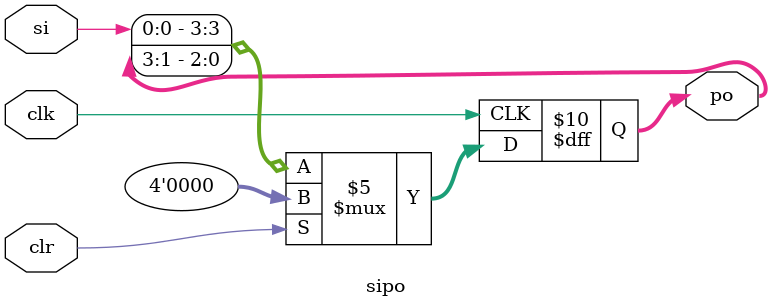
<source format=v>
module sipo(input si, input clk, input clr,output reg [3:0]po);

reg [3:0]data;

always @(posedge clk)
begin

if(clr==1)
begin
po=4'b0000;
end

else
begin

data=po>>1;
po={si,data[2:0]};
end
end

endmodule





</source>
